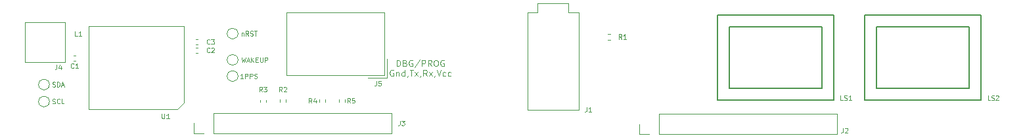
<source format=gbr>
%TF.GenerationSoftware,KiCad,Pcbnew,(5.1.6)-1*%
%TF.CreationDate,2020-11-03T20:55:32+09:00*%
%TF.ProjectId,FlightComputer-Extra,466c6967-6874-4436-9f6d-70757465722d,rev?*%
%TF.SameCoordinates,Original*%
%TF.FileFunction,Legend,Top*%
%TF.FilePolarity,Positive*%
%FSLAX46Y46*%
G04 Gerber Fmt 4.6, Leading zero omitted, Abs format (unit mm)*
G04 Created by KiCad (PCBNEW (5.1.6)-1) date 2020-11-03 20:55:32*
%MOMM*%
%LPD*%
G01*
G04 APERTURE LIST*
%ADD10C,0.080000*%
%ADD11C,0.100000*%
%ADD12C,0.120000*%
%ADD13C,0.150000*%
G04 APERTURE END LIST*
D10*
X104885714Y-90596428D02*
X104542857Y-90596428D01*
X104714285Y-90596428D02*
X104714285Y-89996428D01*
X104657142Y-90082142D01*
X104600000Y-90139285D01*
X104542857Y-90167857D01*
X105142857Y-90596428D02*
X105142857Y-89996428D01*
X105371428Y-89996428D01*
X105428571Y-90025000D01*
X105457142Y-90053571D01*
X105485714Y-90110714D01*
X105485714Y-90196428D01*
X105457142Y-90253571D01*
X105428571Y-90282142D01*
X105371428Y-90310714D01*
X105142857Y-90310714D01*
X105742857Y-90596428D02*
X105742857Y-89996428D01*
X105971428Y-89996428D01*
X106028571Y-90025000D01*
X106057142Y-90053571D01*
X106085714Y-90110714D01*
X106085714Y-90196428D01*
X106057142Y-90253571D01*
X106028571Y-90282142D01*
X105971428Y-90310714D01*
X105742857Y-90310714D01*
X106314285Y-90567857D02*
X106400000Y-90596428D01*
X106542857Y-90596428D01*
X106600000Y-90567857D01*
X106628571Y-90539285D01*
X106657142Y-90482142D01*
X106657142Y-90425000D01*
X106628571Y-90367857D01*
X106600000Y-90339285D01*
X106542857Y-90310714D01*
X106428571Y-90282142D01*
X106371428Y-90253571D01*
X106342857Y-90225000D01*
X106314285Y-90167857D01*
X106314285Y-90110714D01*
X106342857Y-90053571D01*
X106371428Y-90025000D01*
X106428571Y-89996428D01*
X106571428Y-89996428D01*
X106657142Y-90025000D01*
X104650000Y-87896428D02*
X104792857Y-88496428D01*
X104907142Y-88067857D01*
X105021428Y-88496428D01*
X105164285Y-87896428D01*
X105364285Y-88325000D02*
X105650000Y-88325000D01*
X105307142Y-88496428D02*
X105507142Y-87896428D01*
X105707142Y-88496428D01*
X105907142Y-88496428D02*
X105907142Y-87896428D01*
X106250000Y-88496428D02*
X105992857Y-88153571D01*
X106250000Y-87896428D02*
X105907142Y-88239285D01*
X106507142Y-88182142D02*
X106707142Y-88182142D01*
X106792857Y-88496428D02*
X106507142Y-88496428D01*
X106507142Y-87896428D01*
X106792857Y-87896428D01*
X107050000Y-87896428D02*
X107050000Y-88382142D01*
X107078571Y-88439285D01*
X107107142Y-88467857D01*
X107164285Y-88496428D01*
X107278571Y-88496428D01*
X107335714Y-88467857D01*
X107364285Y-88439285D01*
X107392857Y-88382142D01*
X107392857Y-87896428D01*
X107678571Y-88496428D02*
X107678571Y-87896428D01*
X107907142Y-87896428D01*
X107964285Y-87925000D01*
X107992857Y-87953571D01*
X108021428Y-88010714D01*
X108021428Y-88096428D01*
X107992857Y-88153571D01*
X107964285Y-88182142D01*
X107907142Y-88210714D01*
X107678571Y-88210714D01*
X104657142Y-84671428D02*
X104657142Y-85071428D01*
X104657142Y-84728571D02*
X104685714Y-84700000D01*
X104742857Y-84671428D01*
X104828571Y-84671428D01*
X104885714Y-84700000D01*
X104914285Y-84757142D01*
X104914285Y-85071428D01*
X105542857Y-85071428D02*
X105342857Y-84785714D01*
X105200000Y-85071428D02*
X105200000Y-84471428D01*
X105428571Y-84471428D01*
X105485714Y-84500000D01*
X105514285Y-84528571D01*
X105542857Y-84585714D01*
X105542857Y-84671428D01*
X105514285Y-84728571D01*
X105485714Y-84757142D01*
X105428571Y-84785714D01*
X105200000Y-84785714D01*
X105771428Y-85042857D02*
X105857142Y-85071428D01*
X106000000Y-85071428D01*
X106057142Y-85042857D01*
X106085714Y-85014285D01*
X106114285Y-84957142D01*
X106114285Y-84900000D01*
X106085714Y-84842857D01*
X106057142Y-84814285D01*
X106000000Y-84785714D01*
X105885714Y-84757142D01*
X105828571Y-84728571D01*
X105800000Y-84700000D01*
X105771428Y-84642857D01*
X105771428Y-84585714D01*
X105800000Y-84528571D01*
X105828571Y-84500000D01*
X105885714Y-84471428D01*
X106028571Y-84471428D01*
X106114285Y-84500000D01*
X106285714Y-84471428D02*
X106628571Y-84471428D01*
X106457142Y-85071428D02*
X106457142Y-84471428D01*
X80285714Y-93842857D02*
X80371428Y-93871428D01*
X80514285Y-93871428D01*
X80571428Y-93842857D01*
X80600000Y-93814285D01*
X80628571Y-93757142D01*
X80628571Y-93700000D01*
X80600000Y-93642857D01*
X80571428Y-93614285D01*
X80514285Y-93585714D01*
X80400000Y-93557142D01*
X80342857Y-93528571D01*
X80314285Y-93500000D01*
X80285714Y-93442857D01*
X80285714Y-93385714D01*
X80314285Y-93328571D01*
X80342857Y-93300000D01*
X80400000Y-93271428D01*
X80542857Y-93271428D01*
X80628571Y-93300000D01*
X81228571Y-93814285D02*
X81200000Y-93842857D01*
X81114285Y-93871428D01*
X81057142Y-93871428D01*
X80971428Y-93842857D01*
X80914285Y-93785714D01*
X80885714Y-93728571D01*
X80857142Y-93614285D01*
X80857142Y-93528571D01*
X80885714Y-93414285D01*
X80914285Y-93357142D01*
X80971428Y-93300000D01*
X81057142Y-93271428D01*
X81114285Y-93271428D01*
X81200000Y-93300000D01*
X81228571Y-93328571D01*
X81771428Y-93871428D02*
X81485714Y-93871428D01*
X81485714Y-93271428D01*
X80296428Y-91642857D02*
X80382142Y-91671428D01*
X80525000Y-91671428D01*
X80582142Y-91642857D01*
X80610714Y-91614285D01*
X80639285Y-91557142D01*
X80639285Y-91500000D01*
X80610714Y-91442857D01*
X80582142Y-91414285D01*
X80525000Y-91385714D01*
X80410714Y-91357142D01*
X80353571Y-91328571D01*
X80325000Y-91300000D01*
X80296428Y-91242857D01*
X80296428Y-91185714D01*
X80325000Y-91128571D01*
X80353571Y-91100000D01*
X80410714Y-91071428D01*
X80553571Y-91071428D01*
X80639285Y-91100000D01*
X80896428Y-91671428D02*
X80896428Y-91071428D01*
X81039285Y-91071428D01*
X81125000Y-91100000D01*
X81182142Y-91157142D01*
X81210714Y-91214285D01*
X81239285Y-91328571D01*
X81239285Y-91414285D01*
X81210714Y-91528571D01*
X81182142Y-91585714D01*
X81125000Y-91642857D01*
X81039285Y-91671428D01*
X80896428Y-91671428D01*
X81467857Y-91500000D02*
X81753571Y-91500000D01*
X81410714Y-91671428D02*
X81610714Y-91071428D01*
X81810714Y-91671428D01*
D11*
X124652380Y-89011904D02*
X124652380Y-88211904D01*
X124842857Y-88211904D01*
X124957142Y-88250000D01*
X125033333Y-88326190D01*
X125071428Y-88402380D01*
X125109523Y-88554761D01*
X125109523Y-88669047D01*
X125071428Y-88821428D01*
X125033333Y-88897619D01*
X124957142Y-88973809D01*
X124842857Y-89011904D01*
X124652380Y-89011904D01*
X125719047Y-88592857D02*
X125833333Y-88630952D01*
X125871428Y-88669047D01*
X125909523Y-88745238D01*
X125909523Y-88859523D01*
X125871428Y-88935714D01*
X125833333Y-88973809D01*
X125757142Y-89011904D01*
X125452380Y-89011904D01*
X125452380Y-88211904D01*
X125719047Y-88211904D01*
X125795238Y-88250000D01*
X125833333Y-88288095D01*
X125871428Y-88364285D01*
X125871428Y-88440476D01*
X125833333Y-88516666D01*
X125795238Y-88554761D01*
X125719047Y-88592857D01*
X125452380Y-88592857D01*
X126671428Y-88250000D02*
X126595238Y-88211904D01*
X126480952Y-88211904D01*
X126366666Y-88250000D01*
X126290476Y-88326190D01*
X126252380Y-88402380D01*
X126214285Y-88554761D01*
X126214285Y-88669047D01*
X126252380Y-88821428D01*
X126290476Y-88897619D01*
X126366666Y-88973809D01*
X126480952Y-89011904D01*
X126557142Y-89011904D01*
X126671428Y-88973809D01*
X126709523Y-88935714D01*
X126709523Y-88669047D01*
X126557142Y-88669047D01*
X127623809Y-88173809D02*
X126938095Y-89202380D01*
X127890476Y-89011904D02*
X127890476Y-88211904D01*
X128195238Y-88211904D01*
X128271428Y-88250000D01*
X128309523Y-88288095D01*
X128347619Y-88364285D01*
X128347619Y-88478571D01*
X128309523Y-88554761D01*
X128271428Y-88592857D01*
X128195238Y-88630952D01*
X127890476Y-88630952D01*
X129147619Y-89011904D02*
X128880952Y-88630952D01*
X128690476Y-89011904D02*
X128690476Y-88211904D01*
X128995238Y-88211904D01*
X129071428Y-88250000D01*
X129109523Y-88288095D01*
X129147619Y-88364285D01*
X129147619Y-88478571D01*
X129109523Y-88554761D01*
X129071428Y-88592857D01*
X128995238Y-88630952D01*
X128690476Y-88630952D01*
X129642857Y-88211904D02*
X129795238Y-88211904D01*
X129871428Y-88250000D01*
X129947619Y-88326190D01*
X129985714Y-88478571D01*
X129985714Y-88745238D01*
X129947619Y-88897619D01*
X129871428Y-88973809D01*
X129795238Y-89011904D01*
X129642857Y-89011904D01*
X129566666Y-88973809D01*
X129490476Y-88897619D01*
X129452380Y-88745238D01*
X129452380Y-88478571D01*
X129490476Y-88326190D01*
X129566666Y-88250000D01*
X129642857Y-88211904D01*
X130747619Y-88250000D02*
X130671428Y-88211904D01*
X130557142Y-88211904D01*
X130442857Y-88250000D01*
X130366666Y-88326190D01*
X130328571Y-88402380D01*
X130290476Y-88554761D01*
X130290476Y-88669047D01*
X130328571Y-88821428D01*
X130366666Y-88897619D01*
X130442857Y-88973809D01*
X130557142Y-89011904D01*
X130633333Y-89011904D01*
X130747619Y-88973809D01*
X130785714Y-88935714D01*
X130785714Y-88669047D01*
X130633333Y-88669047D01*
X124233333Y-89550000D02*
X124157142Y-89511904D01*
X124042857Y-89511904D01*
X123928571Y-89550000D01*
X123852380Y-89626190D01*
X123814285Y-89702380D01*
X123776190Y-89854761D01*
X123776190Y-89969047D01*
X123814285Y-90121428D01*
X123852380Y-90197619D01*
X123928571Y-90273809D01*
X124042857Y-90311904D01*
X124119047Y-90311904D01*
X124233333Y-90273809D01*
X124271428Y-90235714D01*
X124271428Y-89969047D01*
X124119047Y-89969047D01*
X124614285Y-89778571D02*
X124614285Y-90311904D01*
X124614285Y-89854761D02*
X124652380Y-89816666D01*
X124728571Y-89778571D01*
X124842857Y-89778571D01*
X124919047Y-89816666D01*
X124957142Y-89892857D01*
X124957142Y-90311904D01*
X125680952Y-90311904D02*
X125680952Y-89511904D01*
X125680952Y-90273809D02*
X125604761Y-90311904D01*
X125452380Y-90311904D01*
X125376190Y-90273809D01*
X125338095Y-90235714D01*
X125300000Y-90159523D01*
X125300000Y-89930952D01*
X125338095Y-89854761D01*
X125376190Y-89816666D01*
X125452380Y-89778571D01*
X125604761Y-89778571D01*
X125680952Y-89816666D01*
X126100000Y-90273809D02*
X126100000Y-90311904D01*
X126061904Y-90388095D01*
X126023809Y-90426190D01*
X126328571Y-89511904D02*
X126785714Y-89511904D01*
X126557142Y-90311904D02*
X126557142Y-89511904D01*
X126976190Y-90311904D02*
X127395238Y-89778571D01*
X126976190Y-89778571D02*
X127395238Y-90311904D01*
X127738095Y-90273809D02*
X127738095Y-90311904D01*
X127700000Y-90388095D01*
X127661904Y-90426190D01*
X128538095Y-90311904D02*
X128271428Y-89930952D01*
X128080952Y-90311904D02*
X128080952Y-89511904D01*
X128385714Y-89511904D01*
X128461904Y-89550000D01*
X128500000Y-89588095D01*
X128538095Y-89664285D01*
X128538095Y-89778571D01*
X128500000Y-89854761D01*
X128461904Y-89892857D01*
X128385714Y-89930952D01*
X128080952Y-89930952D01*
X128804761Y-90311904D02*
X129223809Y-89778571D01*
X128804761Y-89778571D02*
X129223809Y-90311904D01*
X129566666Y-90273809D02*
X129566666Y-90311904D01*
X129528571Y-90388095D01*
X129490476Y-90426190D01*
X129795238Y-89511904D02*
X130061904Y-90311904D01*
X130328571Y-89511904D01*
X130938095Y-90273809D02*
X130861904Y-90311904D01*
X130709523Y-90311904D01*
X130633333Y-90273809D01*
X130595238Y-90235714D01*
X130557142Y-90159523D01*
X130557142Y-89930952D01*
X130595238Y-89854761D01*
X130633333Y-89816666D01*
X130709523Y-89778571D01*
X130861904Y-89778571D01*
X130938095Y-89816666D01*
X131623809Y-90273809D02*
X131547619Y-90311904D01*
X131395238Y-90311904D01*
X131319047Y-90273809D01*
X131280952Y-90235714D01*
X131242857Y-90159523D01*
X131242857Y-89930952D01*
X131280952Y-89854761D01*
X131319047Y-89816666D01*
X131395238Y-89778571D01*
X131547619Y-89778571D01*
X131623809Y-89816666D01*
D12*
%TO.C,J5*%
X123060000Y-90210000D02*
X123060000Y-82090000D01*
X123060000Y-82090000D02*
X110440000Y-82090000D01*
X110440000Y-82090000D02*
X110440000Y-90210000D01*
X110440000Y-90210000D02*
X123060000Y-90210000D01*
X123360000Y-88100000D02*
X123360000Y-90510000D01*
X123360000Y-90510000D02*
X120950000Y-90510000D01*
%TO.C,J4*%
X81930000Y-88510000D02*
X76730000Y-88510000D01*
X81930000Y-83310000D02*
X81930000Y-88510000D01*
X76730000Y-83310000D02*
X81930000Y-83310000D01*
X76730000Y-88510000D02*
X76730000Y-83310000D01*
%TO.C,J1*%
X146800000Y-82100000D02*
X148100000Y-82100000D01*
X146800000Y-80900000D02*
X146800000Y-82100000D01*
X142800000Y-80900000D02*
X146800000Y-80900000D01*
X142800000Y-82100000D02*
X142800000Y-80900000D01*
X141500000Y-82100000D02*
X142800000Y-82100000D01*
X141500000Y-94700000D02*
X141500000Y-82100000D01*
X148100000Y-94700000D02*
X141500000Y-94700000D01*
X148100000Y-82100000D02*
X148100000Y-94700000D01*
D13*
%TO.C,LS2*%
X198450000Y-83900000D02*
X198450000Y-91900000D01*
X198450000Y-91900000D02*
X186450000Y-91900000D01*
X186450000Y-91900000D02*
X186450000Y-83900000D01*
X186450000Y-83900000D02*
X198450000Y-83900000D01*
X199950000Y-82400000D02*
X199950000Y-93400000D01*
X199950000Y-93400000D02*
X184950000Y-93400000D01*
X184950000Y-93400000D02*
X184950000Y-82400000D01*
X184950000Y-82400000D02*
X199950000Y-82400000D01*
%TO.C,LS1*%
X179475000Y-83900000D02*
X179475000Y-91900000D01*
X179475000Y-91900000D02*
X167475000Y-91900000D01*
X167475000Y-91900000D02*
X167475000Y-83900000D01*
X167475000Y-83900000D02*
X179475000Y-83900000D01*
X180975000Y-82400000D02*
X180975000Y-93400000D01*
X180975000Y-93400000D02*
X165975000Y-93400000D01*
X165975000Y-93400000D02*
X165975000Y-82400000D01*
X165975000Y-82400000D02*
X180975000Y-82400000D01*
D12*
%TO.C,C3*%
X98977836Y-85530000D02*
X98762164Y-85530000D01*
X98977836Y-86250000D02*
X98762164Y-86250000D01*
%TO.C,U1*%
X97200000Y-93750000D02*
X96400000Y-94550000D01*
X96400000Y-94550000D02*
X85000000Y-94550000D01*
X85000000Y-94550000D02*
X85000000Y-83850000D01*
X85000000Y-83850000D02*
X97200000Y-83850000D01*
X97200000Y-83850000D02*
X97200000Y-93750000D01*
%TO.C,TP5*%
X104200000Y-90300000D02*
G75*
G03*
X104200000Y-90300000I-700000J0D01*
G01*
%TO.C,TP4*%
X104200000Y-88200000D02*
G75*
G03*
X104200000Y-88200000I-700000J0D01*
G01*
%TO.C,TP3*%
X104200000Y-84800000D02*
G75*
G03*
X104200000Y-84800000I-700000J0D01*
G01*
%TO.C,TP2*%
X79900000Y-91400000D02*
G75*
G03*
X79900000Y-91400000I-700000J0D01*
G01*
%TO.C,TP1*%
X79900000Y-93600000D02*
G75*
G03*
X79900000Y-93600000I-700000J0D01*
G01*
%TO.C,R5*%
X117980000Y-93346359D02*
X117980000Y-93653641D01*
X117220000Y-93346359D02*
X117220000Y-93653641D01*
%TO.C,R4*%
X115400000Y-93346359D02*
X115400000Y-93653641D01*
X114640000Y-93346359D02*
X114640000Y-93653641D01*
%TO.C,R3*%
X107020000Y-93673641D02*
X107020000Y-93366359D01*
X107780000Y-93673641D02*
X107780000Y-93366359D01*
%TO.C,R2*%
X109590000Y-93653641D02*
X109590000Y-93346359D01*
X110350000Y-93653641D02*
X110350000Y-93346359D01*
%TO.C,R1*%
X152183641Y-85620000D02*
X151876359Y-85620000D01*
X152183641Y-84860000D02*
X151876359Y-84860000D01*
%TO.C,J3*%
X123990000Y-97730000D02*
X123990000Y-95070000D01*
X101070000Y-97730000D02*
X123990000Y-97730000D01*
X101070000Y-95070000D02*
X123990000Y-95070000D01*
X101070000Y-97730000D02*
X101070000Y-95070000D01*
X99800000Y-97730000D02*
X98470000Y-97730000D01*
X98470000Y-97730000D02*
X98470000Y-96400000D01*
%TO.C,J2*%
X181390000Y-97830000D02*
X181390000Y-95170000D01*
X158470000Y-97830000D02*
X181390000Y-97830000D01*
X158470000Y-95170000D02*
X181390000Y-95170000D01*
X158470000Y-97830000D02*
X158470000Y-95170000D01*
X157200000Y-97830000D02*
X155870000Y-97830000D01*
X155870000Y-97830000D02*
X155870000Y-96500000D01*
%TO.C,C2*%
X98977836Y-87330000D02*
X98762164Y-87330000D01*
X98977836Y-86610000D02*
X98762164Y-86610000D01*
%TO.C,C1*%
X83032164Y-87620000D02*
X83247836Y-87620000D01*
X83032164Y-88340000D02*
X83247836Y-88340000D01*
%TO.C,J5*%
D10*
X122050000Y-90946428D02*
X122050000Y-91375000D01*
X122021428Y-91460714D01*
X121964285Y-91517857D01*
X121878571Y-91546428D01*
X121821428Y-91546428D01*
X122621428Y-90946428D02*
X122335714Y-90946428D01*
X122307142Y-91232142D01*
X122335714Y-91203571D01*
X122392857Y-91175000D01*
X122535714Y-91175000D01*
X122592857Y-91203571D01*
X122621428Y-91232142D01*
X122650000Y-91289285D01*
X122650000Y-91432142D01*
X122621428Y-91489285D01*
X122592857Y-91517857D01*
X122535714Y-91546428D01*
X122392857Y-91546428D01*
X122335714Y-91517857D01*
X122307142Y-91489285D01*
%TO.C,J4*%
X80850000Y-88821428D02*
X80850000Y-89250000D01*
X80821428Y-89335714D01*
X80764285Y-89392857D01*
X80678571Y-89421428D01*
X80621428Y-89421428D01*
X81392857Y-89021428D02*
X81392857Y-89421428D01*
X81250000Y-88792857D02*
X81107142Y-89221428D01*
X81478571Y-89221428D01*
%TO.C,J1*%
X149150000Y-94311428D02*
X149150000Y-94740000D01*
X149121428Y-94825714D01*
X149064285Y-94882857D01*
X148978571Y-94911428D01*
X148921428Y-94911428D01*
X149750000Y-94911428D02*
X149407142Y-94911428D01*
X149578571Y-94911428D02*
X149578571Y-94311428D01*
X149521428Y-94397142D01*
X149464285Y-94454285D01*
X149407142Y-94482857D01*
%TO.C,LS2*%
X201114285Y-93421428D02*
X200828571Y-93421428D01*
X200828571Y-92821428D01*
X201285714Y-93392857D02*
X201371428Y-93421428D01*
X201514285Y-93421428D01*
X201571428Y-93392857D01*
X201600000Y-93364285D01*
X201628571Y-93307142D01*
X201628571Y-93250000D01*
X201600000Y-93192857D01*
X201571428Y-93164285D01*
X201514285Y-93135714D01*
X201400000Y-93107142D01*
X201342857Y-93078571D01*
X201314285Y-93050000D01*
X201285714Y-92992857D01*
X201285714Y-92935714D01*
X201314285Y-92878571D01*
X201342857Y-92850000D01*
X201400000Y-92821428D01*
X201542857Y-92821428D01*
X201628571Y-92850000D01*
X201857142Y-92878571D02*
X201885714Y-92850000D01*
X201942857Y-92821428D01*
X202085714Y-92821428D01*
X202142857Y-92850000D01*
X202171428Y-92878571D01*
X202200000Y-92935714D01*
X202200000Y-92992857D01*
X202171428Y-93078571D01*
X201828571Y-93421428D01*
X202200000Y-93421428D01*
%TO.C,LS1*%
X182139285Y-93421428D02*
X181853571Y-93421428D01*
X181853571Y-92821428D01*
X182310714Y-93392857D02*
X182396428Y-93421428D01*
X182539285Y-93421428D01*
X182596428Y-93392857D01*
X182625000Y-93364285D01*
X182653571Y-93307142D01*
X182653571Y-93250000D01*
X182625000Y-93192857D01*
X182596428Y-93164285D01*
X182539285Y-93135714D01*
X182425000Y-93107142D01*
X182367857Y-93078571D01*
X182339285Y-93050000D01*
X182310714Y-92992857D01*
X182310714Y-92935714D01*
X182339285Y-92878571D01*
X182367857Y-92850000D01*
X182425000Y-92821428D01*
X182567857Y-92821428D01*
X182653571Y-92850000D01*
X183225000Y-93421428D02*
X182882142Y-93421428D01*
X183053571Y-93421428D02*
X183053571Y-92821428D01*
X182996428Y-92907142D01*
X182939285Y-92964285D01*
X182882142Y-92992857D01*
%TO.C,C3*%
X100550000Y-86089285D02*
X100521428Y-86117857D01*
X100435714Y-86146428D01*
X100378571Y-86146428D01*
X100292857Y-86117857D01*
X100235714Y-86060714D01*
X100207142Y-86003571D01*
X100178571Y-85889285D01*
X100178571Y-85803571D01*
X100207142Y-85689285D01*
X100235714Y-85632142D01*
X100292857Y-85575000D01*
X100378571Y-85546428D01*
X100435714Y-85546428D01*
X100521428Y-85575000D01*
X100550000Y-85603571D01*
X100750000Y-85546428D02*
X101121428Y-85546428D01*
X100921428Y-85775000D01*
X101007142Y-85775000D01*
X101064285Y-85803571D01*
X101092857Y-85832142D01*
X101121428Y-85889285D01*
X101121428Y-86032142D01*
X101092857Y-86089285D01*
X101064285Y-86117857D01*
X101007142Y-86146428D01*
X100835714Y-86146428D01*
X100778571Y-86117857D01*
X100750000Y-86089285D01*
%TO.C,U1*%
X94392857Y-95171428D02*
X94392857Y-95657142D01*
X94421428Y-95714285D01*
X94450000Y-95742857D01*
X94507142Y-95771428D01*
X94621428Y-95771428D01*
X94678571Y-95742857D01*
X94707142Y-95714285D01*
X94735714Y-95657142D01*
X94735714Y-95171428D01*
X95335714Y-95771428D02*
X94992857Y-95771428D01*
X95164285Y-95771428D02*
X95164285Y-95171428D01*
X95107142Y-95257142D01*
X95050000Y-95314285D01*
X94992857Y-95342857D01*
%TO.C,R5*%
X118650000Y-93771428D02*
X118450000Y-93485714D01*
X118307142Y-93771428D02*
X118307142Y-93171428D01*
X118535714Y-93171428D01*
X118592857Y-93200000D01*
X118621428Y-93228571D01*
X118650000Y-93285714D01*
X118650000Y-93371428D01*
X118621428Y-93428571D01*
X118592857Y-93457142D01*
X118535714Y-93485714D01*
X118307142Y-93485714D01*
X119192857Y-93171428D02*
X118907142Y-93171428D01*
X118878571Y-93457142D01*
X118907142Y-93428571D01*
X118964285Y-93400000D01*
X119107142Y-93400000D01*
X119164285Y-93428571D01*
X119192857Y-93457142D01*
X119221428Y-93514285D01*
X119221428Y-93657142D01*
X119192857Y-93714285D01*
X119164285Y-93742857D01*
X119107142Y-93771428D01*
X118964285Y-93771428D01*
X118907142Y-93742857D01*
X118878571Y-93714285D01*
%TO.C,R4*%
X113700000Y-93771428D02*
X113500000Y-93485714D01*
X113357142Y-93771428D02*
X113357142Y-93171428D01*
X113585714Y-93171428D01*
X113642857Y-93200000D01*
X113671428Y-93228571D01*
X113700000Y-93285714D01*
X113700000Y-93371428D01*
X113671428Y-93428571D01*
X113642857Y-93457142D01*
X113585714Y-93485714D01*
X113357142Y-93485714D01*
X114214285Y-93371428D02*
X114214285Y-93771428D01*
X114071428Y-93142857D02*
X113928571Y-93571428D01*
X114300000Y-93571428D01*
%TO.C,R3*%
X107300000Y-92296428D02*
X107100000Y-92010714D01*
X106957142Y-92296428D02*
X106957142Y-91696428D01*
X107185714Y-91696428D01*
X107242857Y-91725000D01*
X107271428Y-91753571D01*
X107300000Y-91810714D01*
X107300000Y-91896428D01*
X107271428Y-91953571D01*
X107242857Y-91982142D01*
X107185714Y-92010714D01*
X106957142Y-92010714D01*
X107500000Y-91696428D02*
X107871428Y-91696428D01*
X107671428Y-91925000D01*
X107757142Y-91925000D01*
X107814285Y-91953571D01*
X107842857Y-91982142D01*
X107871428Y-92039285D01*
X107871428Y-92182142D01*
X107842857Y-92239285D01*
X107814285Y-92267857D01*
X107757142Y-92296428D01*
X107585714Y-92296428D01*
X107528571Y-92267857D01*
X107500000Y-92239285D01*
%TO.C,R2*%
X109875000Y-92321428D02*
X109675000Y-92035714D01*
X109532142Y-92321428D02*
X109532142Y-91721428D01*
X109760714Y-91721428D01*
X109817857Y-91750000D01*
X109846428Y-91778571D01*
X109875000Y-91835714D01*
X109875000Y-91921428D01*
X109846428Y-91978571D01*
X109817857Y-92007142D01*
X109760714Y-92035714D01*
X109532142Y-92035714D01*
X110103571Y-91778571D02*
X110132142Y-91750000D01*
X110189285Y-91721428D01*
X110332142Y-91721428D01*
X110389285Y-91750000D01*
X110417857Y-91778571D01*
X110446428Y-91835714D01*
X110446428Y-91892857D01*
X110417857Y-91978571D01*
X110075000Y-92321428D01*
X110446428Y-92321428D01*
%TO.C,R1*%
X153625000Y-85496428D02*
X153425000Y-85210714D01*
X153282142Y-85496428D02*
X153282142Y-84896428D01*
X153510714Y-84896428D01*
X153567857Y-84925000D01*
X153596428Y-84953571D01*
X153625000Y-85010714D01*
X153625000Y-85096428D01*
X153596428Y-85153571D01*
X153567857Y-85182142D01*
X153510714Y-85210714D01*
X153282142Y-85210714D01*
X154196428Y-85496428D02*
X153853571Y-85496428D01*
X154025000Y-85496428D02*
X154025000Y-84896428D01*
X153967857Y-84982142D01*
X153910714Y-85039285D01*
X153853571Y-85067857D01*
%TO.C,L1*%
X83500000Y-85146428D02*
X83214285Y-85146428D01*
X83214285Y-84546428D01*
X84014285Y-85146428D02*
X83671428Y-85146428D01*
X83842857Y-85146428D02*
X83842857Y-84546428D01*
X83785714Y-84632142D01*
X83728571Y-84689285D01*
X83671428Y-84717857D01*
%TO.C,J3*%
X125070000Y-96091428D02*
X125070000Y-96520000D01*
X125041428Y-96605714D01*
X124984285Y-96662857D01*
X124898571Y-96691428D01*
X124841428Y-96691428D01*
X125298571Y-96091428D02*
X125670000Y-96091428D01*
X125470000Y-96320000D01*
X125555714Y-96320000D01*
X125612857Y-96348571D01*
X125641428Y-96377142D01*
X125670000Y-96434285D01*
X125670000Y-96577142D01*
X125641428Y-96634285D01*
X125612857Y-96662857D01*
X125555714Y-96691428D01*
X125384285Y-96691428D01*
X125327142Y-96662857D01*
X125298571Y-96634285D01*
%TO.C,J2*%
X182150000Y-97021428D02*
X182150000Y-97450000D01*
X182121428Y-97535714D01*
X182064285Y-97592857D01*
X181978571Y-97621428D01*
X181921428Y-97621428D01*
X182407142Y-97078571D02*
X182435714Y-97050000D01*
X182492857Y-97021428D01*
X182635714Y-97021428D01*
X182692857Y-97050000D01*
X182721428Y-97078571D01*
X182750000Y-97135714D01*
X182750000Y-97192857D01*
X182721428Y-97278571D01*
X182378571Y-97621428D01*
X182750000Y-97621428D01*
%TO.C,C2*%
X100550000Y-87164285D02*
X100521428Y-87192857D01*
X100435714Y-87221428D01*
X100378571Y-87221428D01*
X100292857Y-87192857D01*
X100235714Y-87135714D01*
X100207142Y-87078571D01*
X100178571Y-86964285D01*
X100178571Y-86878571D01*
X100207142Y-86764285D01*
X100235714Y-86707142D01*
X100292857Y-86650000D01*
X100378571Y-86621428D01*
X100435714Y-86621428D01*
X100521428Y-86650000D01*
X100550000Y-86678571D01*
X100778571Y-86678571D02*
X100807142Y-86650000D01*
X100864285Y-86621428D01*
X101007142Y-86621428D01*
X101064285Y-86650000D01*
X101092857Y-86678571D01*
X101121428Y-86735714D01*
X101121428Y-86792857D01*
X101092857Y-86878571D01*
X100750000Y-87221428D01*
X101121428Y-87221428D01*
%TO.C,C1*%
X83025000Y-89214285D02*
X82996428Y-89242857D01*
X82910714Y-89271428D01*
X82853571Y-89271428D01*
X82767857Y-89242857D01*
X82710714Y-89185714D01*
X82682142Y-89128571D01*
X82653571Y-89014285D01*
X82653571Y-88928571D01*
X82682142Y-88814285D01*
X82710714Y-88757142D01*
X82767857Y-88700000D01*
X82853571Y-88671428D01*
X82910714Y-88671428D01*
X82996428Y-88700000D01*
X83025000Y-88728571D01*
X83596428Y-89271428D02*
X83253571Y-89271428D01*
X83425000Y-89271428D02*
X83425000Y-88671428D01*
X83367857Y-88757142D01*
X83310714Y-88814285D01*
X83253571Y-88842857D01*
%TD*%
M02*

</source>
